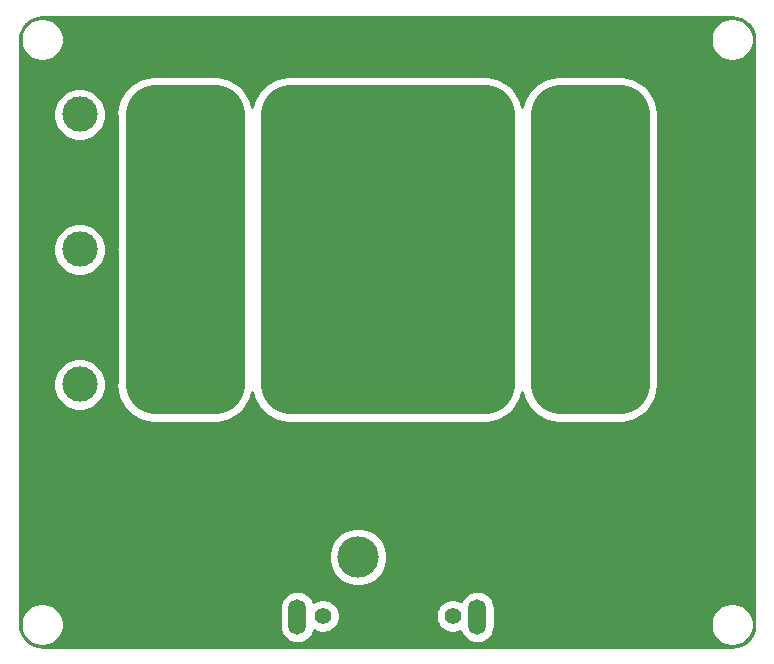
<source format=gbr>
%TF.GenerationSoftware,KiCad,Pcbnew,(5.1.9)-1*%
%TF.CreationDate,2022-05-15T15:17:23+01:00*%
%TF.ProjectId,Halogen discharger,48616c6f-6765-46e2-9064-697363686172,rev?*%
%TF.SameCoordinates,Original*%
%TF.FileFunction,Copper,L2,Bot*%
%TF.FilePolarity,Positive*%
%FSLAX46Y46*%
G04 Gerber Fmt 4.6, Leading zero omitted, Abs format (unit mm)*
G04 Created by KiCad (PCBNEW (5.1.9)-1) date 2022-05-15 15:17:23*
%MOMM*%
%LPD*%
G01*
G04 APERTURE LIST*
%TA.AperFunction,ComponentPad*%
%ADD10O,1.500000X3.000000*%
%TD*%
%TA.AperFunction,ComponentPad*%
%ADD11C,3.000000*%
%TD*%
%TA.AperFunction,ComponentPad*%
%ADD12C,3.500000*%
%TD*%
%TA.AperFunction,ComponentPad*%
%ADD13R,3.500000X3.500000*%
%TD*%
%TA.AperFunction,ComponentPad*%
%ADD14C,1.400000*%
%TD*%
%TA.AperFunction,ViaPad*%
%ADD15C,0.800000*%
%TD*%
%TA.AperFunction,Conductor*%
%ADD16C,5.000000*%
%TD*%
%TA.AperFunction,Conductor*%
%ADD17C,0.254000*%
%TD*%
%TA.AperFunction,Conductor*%
%ADD18C,0.100000*%
%TD*%
G04 APERTURE END LIST*
D10*
%TO.P,REF\u002A\u002A,1*%
%TO.N,N/C*%
X165100000Y-153035000D03*
%TD*%
%TO.P,REF\u002A\u002A,1*%
%TO.N,N/C*%
X149860000Y-153035000D03*
%TD*%
D11*
%TO.P,LA10,2*%
%TO.N,Net-(LA1-Pad1)*%
X142875000Y-110490000D03*
%TO.P,LA10,1*%
%TO.N,Net-(LA10-Pad1)*%
X149225000Y-110490000D03*
%TD*%
%TO.P,LA9,2*%
%TO.N,VCC*%
X131445000Y-110490000D03*
%TO.P,LA9,1*%
%TO.N,Net-(LA1-Pad1)*%
X137795000Y-110490000D03*
%TD*%
%TO.P,LA12,2*%
%TO.N,Net-(LA11-Pad1)*%
X177165000Y-110490000D03*
%TO.P,LA12,1*%
%TO.N,GND*%
X183515000Y-110490000D03*
%TD*%
%TO.P,LA11,2*%
%TO.N,Net-(LA10-Pad1)*%
X165735000Y-110490000D03*
%TO.P,LA11,1*%
%TO.N,Net-(LA11-Pad1)*%
X172085000Y-110490000D03*
%TD*%
%TO.P,LA8,2*%
%TO.N,Net-(LA11-Pad1)*%
X177165000Y-121920000D03*
%TO.P,LA8,1*%
%TO.N,GND*%
X183515000Y-121920000D03*
%TD*%
%TO.P,LA7,2*%
%TO.N,Net-(LA10-Pad1)*%
X165735000Y-121920000D03*
%TO.P,LA7,1*%
%TO.N,Net-(LA11-Pad1)*%
X172085000Y-121920000D03*
%TD*%
%TO.P,LA6,2*%
%TO.N,Net-(LA1-Pad1)*%
X142875000Y-121920000D03*
%TO.P,LA6,1*%
%TO.N,Net-(LA10-Pad1)*%
X149225000Y-121920000D03*
%TD*%
%TO.P,LA5,2*%
%TO.N,VCC*%
X131445000Y-121920000D03*
%TO.P,LA5,1*%
%TO.N,Net-(LA1-Pad1)*%
X137795000Y-121920000D03*
%TD*%
%TO.P,LA4,2*%
%TO.N,Net-(LA11-Pad1)*%
X177165000Y-133350000D03*
%TO.P,LA4,1*%
%TO.N,GND*%
X183515000Y-133350000D03*
%TD*%
%TO.P,LA3,2*%
%TO.N,Net-(LA10-Pad1)*%
X165735000Y-133350000D03*
%TO.P,LA3,1*%
%TO.N,Net-(LA11-Pad1)*%
X172085000Y-133350000D03*
%TD*%
%TO.P,LA2,2*%
%TO.N,Net-(LA1-Pad1)*%
X142875000Y-133350000D03*
%TO.P,LA2,1*%
%TO.N,Net-(LA10-Pad1)*%
X149225000Y-133350000D03*
%TD*%
%TO.P,LA1,2*%
%TO.N,VCC*%
X131445000Y-133350000D03*
%TO.P,LA1,1*%
%TO.N,Net-(LA1-Pad1)*%
X137795000Y-133350000D03*
%TD*%
D12*
%TO.P,J1,2*%
%TO.N,VCC*%
X155020000Y-147955000D03*
D13*
%TO.P,J1,1*%
%TO.N,GND*%
X160020000Y-147955000D03*
D14*
%TO.P,J1,*%
%TO.N,*%
X152020000Y-152955000D03*
X163020000Y-152955000D03*
%TD*%
D15*
%TO.N,GND*%
X177800000Y-102870000D03*
X137160000Y-102870000D03*
%TD*%
D16*
%TO.N,Net-(LA1-Pad1)*%
X137795000Y-133350000D02*
X142875000Y-133350000D01*
%TO.N,Net-(LA11-Pad1)*%
X172085000Y-133350000D02*
X177165000Y-133350000D01*
%TO.N,Net-(LA1-Pad1)*%
X137795000Y-121920000D02*
X142875000Y-121920000D01*
%TO.N,Net-(LA11-Pad1)*%
X172085000Y-121920000D02*
X177165000Y-121920000D01*
%TO.N,Net-(LA1-Pad1)*%
X137795000Y-110490000D02*
X142875000Y-110490000D01*
X137795000Y-110490000D02*
X137795000Y-133350000D01*
X142875000Y-133350000D02*
X142875000Y-110490000D01*
X140335000Y-130810000D02*
X142875000Y-133350000D01*
X140335000Y-110490000D02*
X140335000Y-130810000D01*
%TO.N,Net-(LA11-Pad1)*%
X172085000Y-110490000D02*
X177165000Y-110490000D01*
X172085000Y-110490000D02*
X172085000Y-133350000D01*
X177165000Y-133350000D02*
X177165000Y-110490000D01*
X174625000Y-130810000D02*
X177165000Y-133350000D01*
X174625000Y-110490000D02*
X174625000Y-130810000D01*
%TO.N,Net-(LA10-Pad1)*%
X149225000Y-110490000D02*
X165735000Y-110490000D01*
X149225000Y-133350000D02*
X165735000Y-133350000D01*
X165735000Y-133350000D02*
X165735000Y-110490000D01*
X165735000Y-121920000D02*
X151130000Y-121920000D01*
X149225000Y-123825000D02*
X149225000Y-133350000D01*
X149225000Y-110490000D02*
X149225000Y-123825000D01*
%TD*%
D17*
%TO.N,GND*%
X187054545Y-102298909D02*
X187405208Y-102404780D01*
X187728625Y-102576744D01*
X188012484Y-102808254D01*
X188245965Y-103090486D01*
X188420183Y-103412695D01*
X188528502Y-103762614D01*
X188570000Y-104157443D01*
X188570001Y-153637711D01*
X188531091Y-154034545D01*
X188425220Y-154385206D01*
X188253257Y-154708623D01*
X188021748Y-154992482D01*
X187739514Y-155225965D01*
X187417304Y-155400184D01*
X187067385Y-155508502D01*
X186672557Y-155550000D01*
X128302279Y-155550000D01*
X127905455Y-155511091D01*
X127554794Y-155405220D01*
X127231377Y-155233257D01*
X126947518Y-155001748D01*
X126714035Y-154719514D01*
X126539816Y-154397304D01*
X126431498Y-154047385D01*
X126390000Y-153652557D01*
X126390000Y-153490056D01*
X126443000Y-153490056D01*
X126443000Y-153849944D01*
X126513211Y-154202916D01*
X126650934Y-154535409D01*
X126850876Y-154834645D01*
X127105355Y-155089124D01*
X127404591Y-155289066D01*
X127737084Y-155426789D01*
X128090056Y-155497000D01*
X128449944Y-155497000D01*
X128802916Y-155426789D01*
X129135409Y-155289066D01*
X129434645Y-155089124D01*
X129689124Y-154834645D01*
X129889066Y-154535409D01*
X130026789Y-154202916D01*
X130097000Y-153849944D01*
X130097000Y-153490056D01*
X130026789Y-153137084D01*
X129889066Y-152804591D01*
X129689124Y-152505355D01*
X129434645Y-152250876D01*
X129377129Y-152212445D01*
X148383000Y-152212445D01*
X148383000Y-153857556D01*
X148404371Y-154074543D01*
X148488829Y-154352958D01*
X148625979Y-154609547D01*
X148810551Y-154834450D01*
X149035454Y-155019022D01*
X149292043Y-155156172D01*
X149570458Y-155240629D01*
X149860000Y-155269146D01*
X150149543Y-155240629D01*
X150427958Y-155156172D01*
X150684547Y-155019022D01*
X150909450Y-154834450D01*
X151094022Y-154609547D01*
X151231172Y-154352958D01*
X151283836Y-154179350D01*
X151344062Y-154219591D01*
X151603759Y-154327162D01*
X151879453Y-154382000D01*
X152160547Y-154382000D01*
X152436241Y-154327162D01*
X152695938Y-154219591D01*
X152929660Y-154063424D01*
X153128424Y-153864660D01*
X153284591Y-153630938D01*
X153392162Y-153371241D01*
X153447000Y-153095547D01*
X153447000Y-152814453D01*
X161593000Y-152814453D01*
X161593000Y-153095547D01*
X161647838Y-153371241D01*
X161755409Y-153630938D01*
X161911576Y-153864660D01*
X162110340Y-154063424D01*
X162344062Y-154219591D01*
X162603759Y-154327162D01*
X162879453Y-154382000D01*
X163160547Y-154382000D01*
X163436241Y-154327162D01*
X163689216Y-154222375D01*
X163728829Y-154352958D01*
X163865979Y-154609547D01*
X164050551Y-154834450D01*
X164275454Y-155019022D01*
X164532043Y-155156172D01*
X164810458Y-155240629D01*
X165100000Y-155269146D01*
X165389543Y-155240629D01*
X165667958Y-155156172D01*
X165924547Y-155019022D01*
X166149450Y-154834450D01*
X166334022Y-154609547D01*
X166471172Y-154352958D01*
X166555629Y-154074543D01*
X166577000Y-153857556D01*
X166577000Y-153490056D01*
X184863000Y-153490056D01*
X184863000Y-153849944D01*
X184933211Y-154202916D01*
X185070934Y-154535409D01*
X185270876Y-154834645D01*
X185525355Y-155089124D01*
X185824591Y-155289066D01*
X186157084Y-155426789D01*
X186510056Y-155497000D01*
X186869944Y-155497000D01*
X187222916Y-155426789D01*
X187555409Y-155289066D01*
X187854645Y-155089124D01*
X188109124Y-154834645D01*
X188309066Y-154535409D01*
X188446789Y-154202916D01*
X188517000Y-153849944D01*
X188517000Y-153490056D01*
X188446789Y-153137084D01*
X188309066Y-152804591D01*
X188109124Y-152505355D01*
X187854645Y-152250876D01*
X187555409Y-152050934D01*
X187222916Y-151913211D01*
X186869944Y-151843000D01*
X186510056Y-151843000D01*
X186157084Y-151913211D01*
X185824591Y-152050934D01*
X185525355Y-152250876D01*
X185270876Y-152505355D01*
X185070934Y-152804591D01*
X184933211Y-153137084D01*
X184863000Y-153490056D01*
X166577000Y-153490056D01*
X166577000Y-152212444D01*
X166555629Y-151995457D01*
X166471172Y-151717042D01*
X166334022Y-151460453D01*
X166149450Y-151235550D01*
X165924546Y-151050978D01*
X165667957Y-150913828D01*
X165389542Y-150829371D01*
X165100000Y-150800854D01*
X164810457Y-150829371D01*
X164532042Y-150913828D01*
X164275453Y-151050978D01*
X164050550Y-151235550D01*
X163865978Y-151460454D01*
X163730662Y-151713611D01*
X163695938Y-151690409D01*
X163436241Y-151582838D01*
X163160547Y-151528000D01*
X162879453Y-151528000D01*
X162603759Y-151582838D01*
X162344062Y-151690409D01*
X162110340Y-151846576D01*
X161911576Y-152045340D01*
X161755409Y-152279062D01*
X161647838Y-152538759D01*
X161593000Y-152814453D01*
X153447000Y-152814453D01*
X153392162Y-152538759D01*
X153284591Y-152279062D01*
X153128424Y-152045340D01*
X152929660Y-151846576D01*
X152695938Y-151690409D01*
X152436241Y-151582838D01*
X152160547Y-151528000D01*
X151879453Y-151528000D01*
X151603759Y-151582838D01*
X151344062Y-151690409D01*
X151243480Y-151757615D01*
X151231172Y-151717042D01*
X151094022Y-151460453D01*
X150909450Y-151235550D01*
X150684546Y-151050978D01*
X150427957Y-150913828D01*
X150149542Y-150829371D01*
X149860000Y-150800854D01*
X149570457Y-150829371D01*
X149292042Y-150913828D01*
X149035453Y-151050978D01*
X148810550Y-151235550D01*
X148625978Y-151460454D01*
X148488828Y-151717043D01*
X148404371Y-151995458D01*
X148383000Y-152212445D01*
X129377129Y-152212445D01*
X129135409Y-152050934D01*
X128802916Y-151913211D01*
X128449944Y-151843000D01*
X128090056Y-151843000D01*
X127737084Y-151913211D01*
X127404591Y-152050934D01*
X127105355Y-152250876D01*
X126850876Y-152505355D01*
X126650934Y-152804591D01*
X126513211Y-153137084D01*
X126443000Y-153490056D01*
X126390000Y-153490056D01*
X126390000Y-147711037D01*
X152543000Y-147711037D01*
X152543000Y-148198963D01*
X152638190Y-148677514D01*
X152824911Y-149128299D01*
X153095989Y-149533995D01*
X153441005Y-149879011D01*
X153846701Y-150150089D01*
X154297486Y-150336810D01*
X154776037Y-150432000D01*
X155263963Y-150432000D01*
X155742514Y-150336810D01*
X156193299Y-150150089D01*
X156598995Y-149879011D01*
X156944011Y-149533995D01*
X157215089Y-149128299D01*
X157401810Y-148677514D01*
X157497000Y-148198963D01*
X157497000Y-147711037D01*
X157401810Y-147232486D01*
X157215089Y-146781701D01*
X156944011Y-146376005D01*
X156598995Y-146030989D01*
X156193299Y-145759911D01*
X155742514Y-145573190D01*
X155263963Y-145478000D01*
X154776037Y-145478000D01*
X154297486Y-145573190D01*
X153846701Y-145759911D01*
X153441005Y-146030989D01*
X153095989Y-146376005D01*
X152824911Y-146781701D01*
X152638190Y-147232486D01*
X152543000Y-147711037D01*
X126390000Y-147711037D01*
X126390000Y-133130660D01*
X129218000Y-133130660D01*
X129218000Y-133569340D01*
X129303582Y-133999592D01*
X129471458Y-134404880D01*
X129715176Y-134769630D01*
X130025370Y-135079824D01*
X130390120Y-135323542D01*
X130795408Y-135491418D01*
X131225660Y-135577000D01*
X131664340Y-135577000D01*
X132094592Y-135491418D01*
X132499880Y-135323542D01*
X132864630Y-135079824D01*
X133174824Y-134769630D01*
X133418542Y-134404880D01*
X133586418Y-133999592D01*
X133672000Y-133569340D01*
X133672000Y-133130660D01*
X133586418Y-132700408D01*
X133418542Y-132295120D01*
X133174824Y-131930370D01*
X132864630Y-131620176D01*
X132499880Y-131376458D01*
X132094592Y-131208582D01*
X131664340Y-131123000D01*
X131225660Y-131123000D01*
X130795408Y-131208582D01*
X130390120Y-131376458D01*
X130025370Y-131620176D01*
X129715176Y-131930370D01*
X129471458Y-132295120D01*
X129303582Y-132700408D01*
X129218000Y-133130660D01*
X126390000Y-133130660D01*
X126390000Y-121700660D01*
X129218000Y-121700660D01*
X129218000Y-122139340D01*
X129303582Y-122569592D01*
X129471458Y-122974880D01*
X129715176Y-123339630D01*
X130025370Y-123649824D01*
X130390120Y-123893542D01*
X130795408Y-124061418D01*
X131225660Y-124147000D01*
X131664340Y-124147000D01*
X132094592Y-124061418D01*
X132499880Y-123893542D01*
X132864630Y-123649824D01*
X133174824Y-123339630D01*
X133418542Y-122974880D01*
X133586418Y-122569592D01*
X133672000Y-122139340D01*
X133672000Y-121700660D01*
X133586418Y-121270408D01*
X133418542Y-120865120D01*
X133174824Y-120500370D01*
X132864630Y-120190176D01*
X132499880Y-119946458D01*
X132094592Y-119778582D01*
X131664340Y-119693000D01*
X131225660Y-119693000D01*
X130795408Y-119778582D01*
X130390120Y-119946458D01*
X130025370Y-120190176D01*
X129715176Y-120500370D01*
X129471458Y-120865120D01*
X129303582Y-121270408D01*
X129218000Y-121700660D01*
X126390000Y-121700660D01*
X126390000Y-110270660D01*
X129218000Y-110270660D01*
X129218000Y-110709340D01*
X129303582Y-111139592D01*
X129471458Y-111544880D01*
X129715176Y-111909630D01*
X130025370Y-112219824D01*
X130390120Y-112463542D01*
X130795408Y-112631418D01*
X131225660Y-112717000D01*
X131664340Y-112717000D01*
X132094592Y-112631418D01*
X132499880Y-112463542D01*
X132864630Y-112219824D01*
X133174824Y-111909630D01*
X133418542Y-111544880D01*
X133586418Y-111139592D01*
X133672000Y-110709340D01*
X133672000Y-110490000D01*
X134552386Y-110490000D01*
X134568000Y-110648532D01*
X134568000Y-121761463D01*
X134552386Y-121920000D01*
X134568001Y-122078537D01*
X134568001Y-133191458D01*
X134552386Y-133350000D01*
X134614692Y-133982603D01*
X134799215Y-134590895D01*
X135098865Y-135151500D01*
X135502126Y-135642874D01*
X135993500Y-136046135D01*
X136554105Y-136345785D01*
X137162397Y-136530308D01*
X137636469Y-136577000D01*
X137795000Y-136592614D01*
X137953531Y-136577000D01*
X142716469Y-136577000D01*
X142875000Y-136592614D01*
X143033531Y-136577000D01*
X143507603Y-136530308D01*
X144115895Y-136345785D01*
X144676500Y-136046135D01*
X145167874Y-135642874D01*
X145571135Y-135151500D01*
X145870785Y-134590895D01*
X146050000Y-134000101D01*
X146229215Y-134590895D01*
X146528865Y-135151500D01*
X146932126Y-135642874D01*
X147423500Y-136046135D01*
X147984105Y-136345785D01*
X148592397Y-136530308D01*
X149066469Y-136577000D01*
X149225000Y-136592614D01*
X149383531Y-136577000D01*
X165576469Y-136577000D01*
X165735000Y-136592614D01*
X165893531Y-136577000D01*
X166367603Y-136530308D01*
X166975895Y-136345785D01*
X167536500Y-136046135D01*
X168027874Y-135642874D01*
X168431135Y-135151500D01*
X168730785Y-134590895D01*
X168910000Y-134000101D01*
X169089215Y-134590895D01*
X169388865Y-135151500D01*
X169792126Y-135642874D01*
X170283500Y-136046135D01*
X170844105Y-136345785D01*
X171452397Y-136530308D01*
X171926469Y-136577000D01*
X172085000Y-136592614D01*
X172243531Y-136577000D01*
X177006469Y-136577000D01*
X177165000Y-136592614D01*
X177323531Y-136577000D01*
X177797603Y-136530308D01*
X178405895Y-136345785D01*
X178966500Y-136046135D01*
X179457874Y-135642874D01*
X179861135Y-135151500D01*
X180160785Y-134590895D01*
X180345308Y-133982603D01*
X180407614Y-133350000D01*
X180392000Y-133191469D01*
X180392000Y-122078531D01*
X180407614Y-121920000D01*
X180392000Y-121761469D01*
X180392000Y-110648531D01*
X180407614Y-110490000D01*
X180345308Y-109857397D01*
X180160785Y-109249105D01*
X179861135Y-108688500D01*
X179457874Y-108197126D01*
X178966500Y-107793865D01*
X178405895Y-107494215D01*
X177797603Y-107309692D01*
X177323531Y-107263000D01*
X177165000Y-107247386D01*
X177006469Y-107263000D01*
X174783531Y-107263000D01*
X174625000Y-107247386D01*
X174466469Y-107263000D01*
X172243531Y-107263000D01*
X172085000Y-107247386D01*
X171926469Y-107263000D01*
X171452397Y-107309692D01*
X170844105Y-107494215D01*
X170283500Y-107793865D01*
X169792126Y-108197126D01*
X169388865Y-108688500D01*
X169089215Y-109249105D01*
X168910000Y-109839899D01*
X168730785Y-109249105D01*
X168431135Y-108688500D01*
X168027874Y-108197126D01*
X167536500Y-107793865D01*
X166975895Y-107494215D01*
X166367603Y-107309692D01*
X165893531Y-107263000D01*
X165735000Y-107247386D01*
X165576469Y-107263000D01*
X149383531Y-107263000D01*
X149225000Y-107247386D01*
X149066469Y-107263000D01*
X148592397Y-107309692D01*
X147984105Y-107494215D01*
X147423500Y-107793865D01*
X146932126Y-108197126D01*
X146528865Y-108688500D01*
X146229215Y-109249105D01*
X146050000Y-109839899D01*
X145870785Y-109249105D01*
X145571135Y-108688500D01*
X145167874Y-108197126D01*
X144676500Y-107793865D01*
X144115895Y-107494215D01*
X143507603Y-107309692D01*
X143033531Y-107263000D01*
X142875000Y-107247386D01*
X142716469Y-107263000D01*
X140493531Y-107263000D01*
X140335000Y-107247386D01*
X140176469Y-107263000D01*
X137953531Y-107263000D01*
X137795000Y-107247386D01*
X137636469Y-107263000D01*
X137162397Y-107309692D01*
X136554105Y-107494215D01*
X135993500Y-107793865D01*
X135502126Y-108197126D01*
X135098865Y-108688500D01*
X134799215Y-109249105D01*
X134614692Y-109857397D01*
X134552386Y-110490000D01*
X133672000Y-110490000D01*
X133672000Y-110270660D01*
X133586418Y-109840408D01*
X133418542Y-109435120D01*
X133174824Y-109070370D01*
X132864630Y-108760176D01*
X132499880Y-108516458D01*
X132094592Y-108348582D01*
X131664340Y-108263000D01*
X131225660Y-108263000D01*
X130795408Y-108348582D01*
X130390120Y-108516458D01*
X130025370Y-108760176D01*
X129715176Y-109070370D01*
X129471458Y-109435120D01*
X129303582Y-109840408D01*
X129218000Y-110270660D01*
X126390000Y-110270660D01*
X126390000Y-104172279D01*
X126410808Y-103960056D01*
X126443000Y-103960056D01*
X126443000Y-104319944D01*
X126513211Y-104672916D01*
X126650934Y-105005409D01*
X126850876Y-105304645D01*
X127105355Y-105559124D01*
X127404591Y-105759066D01*
X127737084Y-105896789D01*
X128090056Y-105967000D01*
X128449944Y-105967000D01*
X128802916Y-105896789D01*
X129135409Y-105759066D01*
X129434645Y-105559124D01*
X129689124Y-105304645D01*
X129889066Y-105005409D01*
X130026789Y-104672916D01*
X130097000Y-104319944D01*
X130097000Y-103960056D01*
X184863000Y-103960056D01*
X184863000Y-104319944D01*
X184933211Y-104672916D01*
X185070934Y-105005409D01*
X185270876Y-105304645D01*
X185525355Y-105559124D01*
X185824591Y-105759066D01*
X186157084Y-105896789D01*
X186510056Y-105967000D01*
X186869944Y-105967000D01*
X187222916Y-105896789D01*
X187555409Y-105759066D01*
X187854645Y-105559124D01*
X188109124Y-105304645D01*
X188309066Y-105005409D01*
X188446789Y-104672916D01*
X188517000Y-104319944D01*
X188517000Y-103960056D01*
X188446789Y-103607084D01*
X188309066Y-103274591D01*
X188109124Y-102975355D01*
X187854645Y-102720876D01*
X187555409Y-102520934D01*
X187222916Y-102383211D01*
X186869944Y-102313000D01*
X186510056Y-102313000D01*
X186157084Y-102383211D01*
X185824591Y-102520934D01*
X185525355Y-102720876D01*
X185270876Y-102975355D01*
X185070934Y-103274591D01*
X184933211Y-103607084D01*
X184863000Y-103960056D01*
X130097000Y-103960056D01*
X130026789Y-103607084D01*
X129889066Y-103274591D01*
X129689124Y-102975355D01*
X129434645Y-102720876D01*
X129135409Y-102520934D01*
X128802916Y-102383211D01*
X128449944Y-102313000D01*
X128090056Y-102313000D01*
X127737084Y-102383211D01*
X127404591Y-102520934D01*
X127105355Y-102720876D01*
X126850876Y-102975355D01*
X126650934Y-103274591D01*
X126513211Y-103607084D01*
X126443000Y-103960056D01*
X126410808Y-103960056D01*
X126428909Y-103775455D01*
X126534780Y-103424792D01*
X126706744Y-103101375D01*
X126938254Y-102817516D01*
X127220486Y-102584035D01*
X127542695Y-102409817D01*
X127892614Y-102301498D01*
X128287443Y-102260000D01*
X186657721Y-102260000D01*
X187054545Y-102298909D01*
%TA.AperFunction,Conductor*%
D18*
G36*
X187054545Y-102298909D02*
G01*
X187405208Y-102404780D01*
X187728625Y-102576744D01*
X188012484Y-102808254D01*
X188245965Y-103090486D01*
X188420183Y-103412695D01*
X188528502Y-103762614D01*
X188570000Y-104157443D01*
X188570001Y-153637711D01*
X188531091Y-154034545D01*
X188425220Y-154385206D01*
X188253257Y-154708623D01*
X188021748Y-154992482D01*
X187739514Y-155225965D01*
X187417304Y-155400184D01*
X187067385Y-155508502D01*
X186672557Y-155550000D01*
X128302279Y-155550000D01*
X127905455Y-155511091D01*
X127554794Y-155405220D01*
X127231377Y-155233257D01*
X126947518Y-155001748D01*
X126714035Y-154719514D01*
X126539816Y-154397304D01*
X126431498Y-154047385D01*
X126390000Y-153652557D01*
X126390000Y-153490056D01*
X126443000Y-153490056D01*
X126443000Y-153849944D01*
X126513211Y-154202916D01*
X126650934Y-154535409D01*
X126850876Y-154834645D01*
X127105355Y-155089124D01*
X127404591Y-155289066D01*
X127737084Y-155426789D01*
X128090056Y-155497000D01*
X128449944Y-155497000D01*
X128802916Y-155426789D01*
X129135409Y-155289066D01*
X129434645Y-155089124D01*
X129689124Y-154834645D01*
X129889066Y-154535409D01*
X130026789Y-154202916D01*
X130097000Y-153849944D01*
X130097000Y-153490056D01*
X130026789Y-153137084D01*
X129889066Y-152804591D01*
X129689124Y-152505355D01*
X129434645Y-152250876D01*
X129377129Y-152212445D01*
X148383000Y-152212445D01*
X148383000Y-153857556D01*
X148404371Y-154074543D01*
X148488829Y-154352958D01*
X148625979Y-154609547D01*
X148810551Y-154834450D01*
X149035454Y-155019022D01*
X149292043Y-155156172D01*
X149570458Y-155240629D01*
X149860000Y-155269146D01*
X150149543Y-155240629D01*
X150427958Y-155156172D01*
X150684547Y-155019022D01*
X150909450Y-154834450D01*
X151094022Y-154609547D01*
X151231172Y-154352958D01*
X151283836Y-154179350D01*
X151344062Y-154219591D01*
X151603759Y-154327162D01*
X151879453Y-154382000D01*
X152160547Y-154382000D01*
X152436241Y-154327162D01*
X152695938Y-154219591D01*
X152929660Y-154063424D01*
X153128424Y-153864660D01*
X153284591Y-153630938D01*
X153392162Y-153371241D01*
X153447000Y-153095547D01*
X153447000Y-152814453D01*
X161593000Y-152814453D01*
X161593000Y-153095547D01*
X161647838Y-153371241D01*
X161755409Y-153630938D01*
X161911576Y-153864660D01*
X162110340Y-154063424D01*
X162344062Y-154219591D01*
X162603759Y-154327162D01*
X162879453Y-154382000D01*
X163160547Y-154382000D01*
X163436241Y-154327162D01*
X163689216Y-154222375D01*
X163728829Y-154352958D01*
X163865979Y-154609547D01*
X164050551Y-154834450D01*
X164275454Y-155019022D01*
X164532043Y-155156172D01*
X164810458Y-155240629D01*
X165100000Y-155269146D01*
X165389543Y-155240629D01*
X165667958Y-155156172D01*
X165924547Y-155019022D01*
X166149450Y-154834450D01*
X166334022Y-154609547D01*
X166471172Y-154352958D01*
X166555629Y-154074543D01*
X166577000Y-153857556D01*
X166577000Y-153490056D01*
X184863000Y-153490056D01*
X184863000Y-153849944D01*
X184933211Y-154202916D01*
X185070934Y-154535409D01*
X185270876Y-154834645D01*
X185525355Y-155089124D01*
X185824591Y-155289066D01*
X186157084Y-155426789D01*
X186510056Y-155497000D01*
X186869944Y-155497000D01*
X187222916Y-155426789D01*
X187555409Y-155289066D01*
X187854645Y-155089124D01*
X188109124Y-154834645D01*
X188309066Y-154535409D01*
X188446789Y-154202916D01*
X188517000Y-153849944D01*
X188517000Y-153490056D01*
X188446789Y-153137084D01*
X188309066Y-152804591D01*
X188109124Y-152505355D01*
X187854645Y-152250876D01*
X187555409Y-152050934D01*
X187222916Y-151913211D01*
X186869944Y-151843000D01*
X186510056Y-151843000D01*
X186157084Y-151913211D01*
X185824591Y-152050934D01*
X185525355Y-152250876D01*
X185270876Y-152505355D01*
X185070934Y-152804591D01*
X184933211Y-153137084D01*
X184863000Y-153490056D01*
X166577000Y-153490056D01*
X166577000Y-152212444D01*
X166555629Y-151995457D01*
X166471172Y-151717042D01*
X166334022Y-151460453D01*
X166149450Y-151235550D01*
X165924546Y-151050978D01*
X165667957Y-150913828D01*
X165389542Y-150829371D01*
X165100000Y-150800854D01*
X164810457Y-150829371D01*
X164532042Y-150913828D01*
X164275453Y-151050978D01*
X164050550Y-151235550D01*
X163865978Y-151460454D01*
X163730662Y-151713611D01*
X163695938Y-151690409D01*
X163436241Y-151582838D01*
X163160547Y-151528000D01*
X162879453Y-151528000D01*
X162603759Y-151582838D01*
X162344062Y-151690409D01*
X162110340Y-151846576D01*
X161911576Y-152045340D01*
X161755409Y-152279062D01*
X161647838Y-152538759D01*
X161593000Y-152814453D01*
X153447000Y-152814453D01*
X153392162Y-152538759D01*
X153284591Y-152279062D01*
X153128424Y-152045340D01*
X152929660Y-151846576D01*
X152695938Y-151690409D01*
X152436241Y-151582838D01*
X152160547Y-151528000D01*
X151879453Y-151528000D01*
X151603759Y-151582838D01*
X151344062Y-151690409D01*
X151243480Y-151757615D01*
X151231172Y-151717042D01*
X151094022Y-151460453D01*
X150909450Y-151235550D01*
X150684546Y-151050978D01*
X150427957Y-150913828D01*
X150149542Y-150829371D01*
X149860000Y-150800854D01*
X149570457Y-150829371D01*
X149292042Y-150913828D01*
X149035453Y-151050978D01*
X148810550Y-151235550D01*
X148625978Y-151460454D01*
X148488828Y-151717043D01*
X148404371Y-151995458D01*
X148383000Y-152212445D01*
X129377129Y-152212445D01*
X129135409Y-152050934D01*
X128802916Y-151913211D01*
X128449944Y-151843000D01*
X128090056Y-151843000D01*
X127737084Y-151913211D01*
X127404591Y-152050934D01*
X127105355Y-152250876D01*
X126850876Y-152505355D01*
X126650934Y-152804591D01*
X126513211Y-153137084D01*
X126443000Y-153490056D01*
X126390000Y-153490056D01*
X126390000Y-147711037D01*
X152543000Y-147711037D01*
X152543000Y-148198963D01*
X152638190Y-148677514D01*
X152824911Y-149128299D01*
X153095989Y-149533995D01*
X153441005Y-149879011D01*
X153846701Y-150150089D01*
X154297486Y-150336810D01*
X154776037Y-150432000D01*
X155263963Y-150432000D01*
X155742514Y-150336810D01*
X156193299Y-150150089D01*
X156598995Y-149879011D01*
X156944011Y-149533995D01*
X157215089Y-149128299D01*
X157401810Y-148677514D01*
X157497000Y-148198963D01*
X157497000Y-147711037D01*
X157401810Y-147232486D01*
X157215089Y-146781701D01*
X156944011Y-146376005D01*
X156598995Y-146030989D01*
X156193299Y-145759911D01*
X155742514Y-145573190D01*
X155263963Y-145478000D01*
X154776037Y-145478000D01*
X154297486Y-145573190D01*
X153846701Y-145759911D01*
X153441005Y-146030989D01*
X153095989Y-146376005D01*
X152824911Y-146781701D01*
X152638190Y-147232486D01*
X152543000Y-147711037D01*
X126390000Y-147711037D01*
X126390000Y-133130660D01*
X129218000Y-133130660D01*
X129218000Y-133569340D01*
X129303582Y-133999592D01*
X129471458Y-134404880D01*
X129715176Y-134769630D01*
X130025370Y-135079824D01*
X130390120Y-135323542D01*
X130795408Y-135491418D01*
X131225660Y-135577000D01*
X131664340Y-135577000D01*
X132094592Y-135491418D01*
X132499880Y-135323542D01*
X132864630Y-135079824D01*
X133174824Y-134769630D01*
X133418542Y-134404880D01*
X133586418Y-133999592D01*
X133672000Y-133569340D01*
X133672000Y-133130660D01*
X133586418Y-132700408D01*
X133418542Y-132295120D01*
X133174824Y-131930370D01*
X132864630Y-131620176D01*
X132499880Y-131376458D01*
X132094592Y-131208582D01*
X131664340Y-131123000D01*
X131225660Y-131123000D01*
X130795408Y-131208582D01*
X130390120Y-131376458D01*
X130025370Y-131620176D01*
X129715176Y-131930370D01*
X129471458Y-132295120D01*
X129303582Y-132700408D01*
X129218000Y-133130660D01*
X126390000Y-133130660D01*
X126390000Y-121700660D01*
X129218000Y-121700660D01*
X129218000Y-122139340D01*
X129303582Y-122569592D01*
X129471458Y-122974880D01*
X129715176Y-123339630D01*
X130025370Y-123649824D01*
X130390120Y-123893542D01*
X130795408Y-124061418D01*
X131225660Y-124147000D01*
X131664340Y-124147000D01*
X132094592Y-124061418D01*
X132499880Y-123893542D01*
X132864630Y-123649824D01*
X133174824Y-123339630D01*
X133418542Y-122974880D01*
X133586418Y-122569592D01*
X133672000Y-122139340D01*
X133672000Y-121700660D01*
X133586418Y-121270408D01*
X133418542Y-120865120D01*
X133174824Y-120500370D01*
X132864630Y-120190176D01*
X132499880Y-119946458D01*
X132094592Y-119778582D01*
X131664340Y-119693000D01*
X131225660Y-119693000D01*
X130795408Y-119778582D01*
X130390120Y-119946458D01*
X130025370Y-120190176D01*
X129715176Y-120500370D01*
X129471458Y-120865120D01*
X129303582Y-121270408D01*
X129218000Y-121700660D01*
X126390000Y-121700660D01*
X126390000Y-110270660D01*
X129218000Y-110270660D01*
X129218000Y-110709340D01*
X129303582Y-111139592D01*
X129471458Y-111544880D01*
X129715176Y-111909630D01*
X130025370Y-112219824D01*
X130390120Y-112463542D01*
X130795408Y-112631418D01*
X131225660Y-112717000D01*
X131664340Y-112717000D01*
X132094592Y-112631418D01*
X132499880Y-112463542D01*
X132864630Y-112219824D01*
X133174824Y-111909630D01*
X133418542Y-111544880D01*
X133586418Y-111139592D01*
X133672000Y-110709340D01*
X133672000Y-110490000D01*
X134552386Y-110490000D01*
X134568000Y-110648532D01*
X134568000Y-121761463D01*
X134552386Y-121920000D01*
X134568001Y-122078537D01*
X134568001Y-133191458D01*
X134552386Y-133350000D01*
X134614692Y-133982603D01*
X134799215Y-134590895D01*
X135098865Y-135151500D01*
X135502126Y-135642874D01*
X135993500Y-136046135D01*
X136554105Y-136345785D01*
X137162397Y-136530308D01*
X137636469Y-136577000D01*
X137795000Y-136592614D01*
X137953531Y-136577000D01*
X142716469Y-136577000D01*
X142875000Y-136592614D01*
X143033531Y-136577000D01*
X143507603Y-136530308D01*
X144115895Y-136345785D01*
X144676500Y-136046135D01*
X145167874Y-135642874D01*
X145571135Y-135151500D01*
X145870785Y-134590895D01*
X146050000Y-134000101D01*
X146229215Y-134590895D01*
X146528865Y-135151500D01*
X146932126Y-135642874D01*
X147423500Y-136046135D01*
X147984105Y-136345785D01*
X148592397Y-136530308D01*
X149066469Y-136577000D01*
X149225000Y-136592614D01*
X149383531Y-136577000D01*
X165576469Y-136577000D01*
X165735000Y-136592614D01*
X165893531Y-136577000D01*
X166367603Y-136530308D01*
X166975895Y-136345785D01*
X167536500Y-136046135D01*
X168027874Y-135642874D01*
X168431135Y-135151500D01*
X168730785Y-134590895D01*
X168910000Y-134000101D01*
X169089215Y-134590895D01*
X169388865Y-135151500D01*
X169792126Y-135642874D01*
X170283500Y-136046135D01*
X170844105Y-136345785D01*
X171452397Y-136530308D01*
X171926469Y-136577000D01*
X172085000Y-136592614D01*
X172243531Y-136577000D01*
X177006469Y-136577000D01*
X177165000Y-136592614D01*
X177323531Y-136577000D01*
X177797603Y-136530308D01*
X178405895Y-136345785D01*
X178966500Y-136046135D01*
X179457874Y-135642874D01*
X179861135Y-135151500D01*
X180160785Y-134590895D01*
X180345308Y-133982603D01*
X180407614Y-133350000D01*
X180392000Y-133191469D01*
X180392000Y-122078531D01*
X180407614Y-121920000D01*
X180392000Y-121761469D01*
X180392000Y-110648531D01*
X180407614Y-110490000D01*
X180345308Y-109857397D01*
X180160785Y-109249105D01*
X179861135Y-108688500D01*
X179457874Y-108197126D01*
X178966500Y-107793865D01*
X178405895Y-107494215D01*
X177797603Y-107309692D01*
X177323531Y-107263000D01*
X177165000Y-107247386D01*
X177006469Y-107263000D01*
X174783531Y-107263000D01*
X174625000Y-107247386D01*
X174466469Y-107263000D01*
X172243531Y-107263000D01*
X172085000Y-107247386D01*
X171926469Y-107263000D01*
X171452397Y-107309692D01*
X170844105Y-107494215D01*
X170283500Y-107793865D01*
X169792126Y-108197126D01*
X169388865Y-108688500D01*
X169089215Y-109249105D01*
X168910000Y-109839899D01*
X168730785Y-109249105D01*
X168431135Y-108688500D01*
X168027874Y-108197126D01*
X167536500Y-107793865D01*
X166975895Y-107494215D01*
X166367603Y-107309692D01*
X165893531Y-107263000D01*
X165735000Y-107247386D01*
X165576469Y-107263000D01*
X149383531Y-107263000D01*
X149225000Y-107247386D01*
X149066469Y-107263000D01*
X148592397Y-107309692D01*
X147984105Y-107494215D01*
X147423500Y-107793865D01*
X146932126Y-108197126D01*
X146528865Y-108688500D01*
X146229215Y-109249105D01*
X146050000Y-109839899D01*
X145870785Y-109249105D01*
X145571135Y-108688500D01*
X145167874Y-108197126D01*
X144676500Y-107793865D01*
X144115895Y-107494215D01*
X143507603Y-107309692D01*
X143033531Y-107263000D01*
X142875000Y-107247386D01*
X142716469Y-107263000D01*
X140493531Y-107263000D01*
X140335000Y-107247386D01*
X140176469Y-107263000D01*
X137953531Y-107263000D01*
X137795000Y-107247386D01*
X137636469Y-107263000D01*
X137162397Y-107309692D01*
X136554105Y-107494215D01*
X135993500Y-107793865D01*
X135502126Y-108197126D01*
X135098865Y-108688500D01*
X134799215Y-109249105D01*
X134614692Y-109857397D01*
X134552386Y-110490000D01*
X133672000Y-110490000D01*
X133672000Y-110270660D01*
X133586418Y-109840408D01*
X133418542Y-109435120D01*
X133174824Y-109070370D01*
X132864630Y-108760176D01*
X132499880Y-108516458D01*
X132094592Y-108348582D01*
X131664340Y-108263000D01*
X131225660Y-108263000D01*
X130795408Y-108348582D01*
X130390120Y-108516458D01*
X130025370Y-108760176D01*
X129715176Y-109070370D01*
X129471458Y-109435120D01*
X129303582Y-109840408D01*
X129218000Y-110270660D01*
X126390000Y-110270660D01*
X126390000Y-104172279D01*
X126410808Y-103960056D01*
X126443000Y-103960056D01*
X126443000Y-104319944D01*
X126513211Y-104672916D01*
X126650934Y-105005409D01*
X126850876Y-105304645D01*
X127105355Y-105559124D01*
X127404591Y-105759066D01*
X127737084Y-105896789D01*
X128090056Y-105967000D01*
X128449944Y-105967000D01*
X128802916Y-105896789D01*
X129135409Y-105759066D01*
X129434645Y-105559124D01*
X129689124Y-105304645D01*
X129889066Y-105005409D01*
X130026789Y-104672916D01*
X130097000Y-104319944D01*
X130097000Y-103960056D01*
X184863000Y-103960056D01*
X184863000Y-104319944D01*
X184933211Y-104672916D01*
X185070934Y-105005409D01*
X185270876Y-105304645D01*
X185525355Y-105559124D01*
X185824591Y-105759066D01*
X186157084Y-105896789D01*
X186510056Y-105967000D01*
X186869944Y-105967000D01*
X187222916Y-105896789D01*
X187555409Y-105759066D01*
X187854645Y-105559124D01*
X188109124Y-105304645D01*
X188309066Y-105005409D01*
X188446789Y-104672916D01*
X188517000Y-104319944D01*
X188517000Y-103960056D01*
X188446789Y-103607084D01*
X188309066Y-103274591D01*
X188109124Y-102975355D01*
X187854645Y-102720876D01*
X187555409Y-102520934D01*
X187222916Y-102383211D01*
X186869944Y-102313000D01*
X186510056Y-102313000D01*
X186157084Y-102383211D01*
X185824591Y-102520934D01*
X185525355Y-102720876D01*
X185270876Y-102975355D01*
X185070934Y-103274591D01*
X184933211Y-103607084D01*
X184863000Y-103960056D01*
X130097000Y-103960056D01*
X130026789Y-103607084D01*
X129889066Y-103274591D01*
X129689124Y-102975355D01*
X129434645Y-102720876D01*
X129135409Y-102520934D01*
X128802916Y-102383211D01*
X128449944Y-102313000D01*
X128090056Y-102313000D01*
X127737084Y-102383211D01*
X127404591Y-102520934D01*
X127105355Y-102720876D01*
X126850876Y-102975355D01*
X126650934Y-103274591D01*
X126513211Y-103607084D01*
X126443000Y-103960056D01*
X126410808Y-103960056D01*
X126428909Y-103775455D01*
X126534780Y-103424792D01*
X126706744Y-103101375D01*
X126938254Y-102817516D01*
X127220486Y-102584035D01*
X127542695Y-102409817D01*
X127892614Y-102301498D01*
X128287443Y-102260000D01*
X186657721Y-102260000D01*
X187054545Y-102298909D01*
G37*
%TD.AperFunction*%
%TD*%
D17*
%TO.N,Net-(LA10-Pad1)*%
X165608000Y-133223000D02*
X149352000Y-133223000D01*
X149352000Y-110617000D01*
X165608000Y-110617000D01*
X165608000Y-133223000D01*
%TA.AperFunction,Conductor*%
D18*
G36*
X165608000Y-133223000D02*
G01*
X149352000Y-133223000D01*
X149352000Y-110617000D01*
X165608000Y-110617000D01*
X165608000Y-133223000D01*
G37*
%TD.AperFunction*%
%TD*%
M02*

</source>
